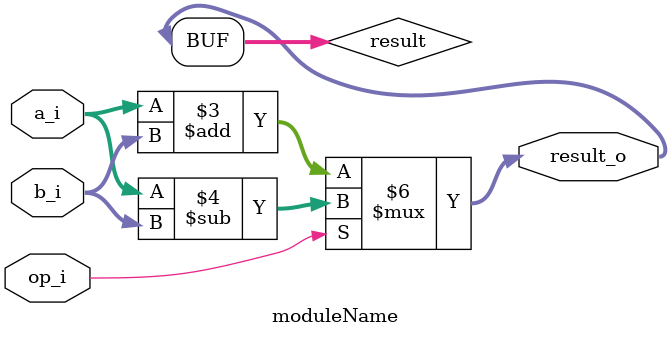
<source format=v>
module moduleName (
input   [7:0] a_i,
input   [7:0] b_i,
input   op_i,
output  [7:0] result_o 
);

reg [7:0] result;

always @(a_i, b_i, op_i) begin
    if (op_i == 1'b0) begin
        result = a_i + b_i;
    end
    else begin
        result = a_i - b_i;
    end
end

assign result_o = result;
    
endmodule
</source>
